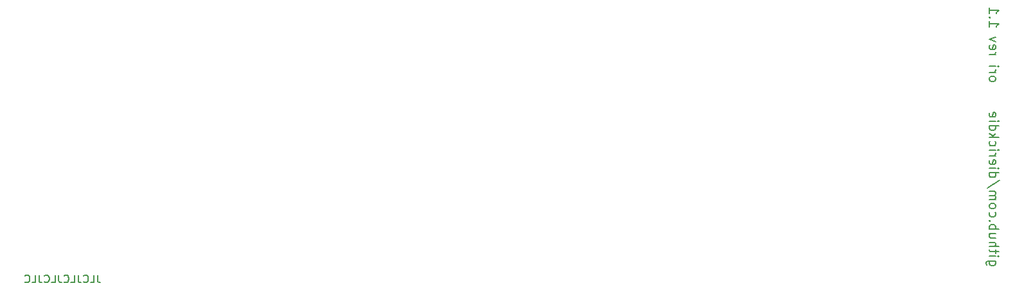
<source format=gbr>
G04 #@! TF.GenerationSoftware,KiCad,Pcbnew,(5.1.10-1-10_14)*
G04 #@! TF.CreationDate,2021-09-26T11:43:42-05:00*
G04 #@! TF.ProjectId,ori_top_plate,6f72695f-746f-4705-9f70-6c6174652e6b,rev?*
G04 #@! TF.SameCoordinates,Original*
G04 #@! TF.FileFunction,Legend,Bot*
G04 #@! TF.FilePolarity,Positive*
%FSLAX46Y46*%
G04 Gerber Fmt 4.6, Leading zero omitted, Abs format (unit mm)*
G04 Created by KiCad (PCBNEW (5.1.10-1-10_14)) date 2021-09-26 11:43:42*
%MOMM*%
%LPD*%
G01*
G04 APERTURE LIST*
%ADD10C,0.150000*%
%ADD11C,0.200000*%
G04 APERTURE END LIST*
D10*
X259414425Y-97083800D02*
X259414425Y-97798086D01*
X259462044Y-97940943D01*
X259557282Y-98036181D01*
X259700139Y-98083800D01*
X259795378Y-98083800D01*
X258462044Y-98083800D02*
X258938235Y-98083800D01*
X258938235Y-97083800D01*
X257557282Y-97988562D02*
X257604901Y-98036181D01*
X257747758Y-98083800D01*
X257842997Y-98083800D01*
X257985854Y-98036181D01*
X258081092Y-97940943D01*
X258128711Y-97845705D01*
X258176330Y-97655229D01*
X258176330Y-97512372D01*
X258128711Y-97321896D01*
X258081092Y-97226658D01*
X257985854Y-97131420D01*
X257842997Y-97083800D01*
X257747758Y-97083800D01*
X257604901Y-97131420D01*
X257557282Y-97179039D01*
X256842997Y-97083800D02*
X256842997Y-97798086D01*
X256890616Y-97940943D01*
X256985854Y-98036181D01*
X257128711Y-98083800D01*
X257223949Y-98083800D01*
X255890616Y-98083800D02*
X256366806Y-98083800D01*
X256366806Y-97083800D01*
X254985854Y-97988562D02*
X255033473Y-98036181D01*
X255176330Y-98083800D01*
X255271568Y-98083800D01*
X255414425Y-98036181D01*
X255509663Y-97940943D01*
X255557282Y-97845705D01*
X255604901Y-97655229D01*
X255604901Y-97512372D01*
X255557282Y-97321896D01*
X255509663Y-97226658D01*
X255414425Y-97131420D01*
X255271568Y-97083800D01*
X255176330Y-97083800D01*
X255033473Y-97131420D01*
X254985854Y-97179039D01*
X254271568Y-97083800D02*
X254271568Y-97798086D01*
X254319187Y-97940943D01*
X254414425Y-98036181D01*
X254557282Y-98083800D01*
X254652520Y-98083800D01*
X253319187Y-98083800D02*
X253795378Y-98083800D01*
X253795378Y-97083800D01*
X252414425Y-97988562D02*
X252462044Y-98036181D01*
X252604901Y-98083800D01*
X252700139Y-98083800D01*
X252842997Y-98036181D01*
X252938235Y-97940943D01*
X252985854Y-97845705D01*
X253033473Y-97655229D01*
X253033473Y-97512372D01*
X252985854Y-97321896D01*
X252938235Y-97226658D01*
X252842997Y-97131420D01*
X252700139Y-97083800D01*
X252604901Y-97083800D01*
X252462044Y-97131420D01*
X252414425Y-97179039D01*
X251700139Y-97083800D02*
X251700139Y-97798086D01*
X251747758Y-97940943D01*
X251842997Y-98036181D01*
X251985854Y-98083800D01*
X252081092Y-98083800D01*
X250747758Y-98083800D02*
X251223949Y-98083800D01*
X251223949Y-97083800D01*
X249842997Y-97988562D02*
X249890616Y-98036181D01*
X250033473Y-98083800D01*
X250128711Y-98083800D01*
X250271568Y-98036181D01*
X250366806Y-97940943D01*
X250414425Y-97845705D01*
X250462044Y-97655229D01*
X250462044Y-97512372D01*
X250414425Y-97321896D01*
X250366806Y-97226658D01*
X250271568Y-97131420D01*
X250128711Y-97083800D01*
X250033473Y-97083800D01*
X249890616Y-97131420D01*
X249842997Y-97179039D01*
D11*
X377697507Y-95219227D02*
X376685602Y-95219227D01*
X376566554Y-95278751D01*
X376507030Y-95338275D01*
X376447507Y-95457322D01*
X376447507Y-95635894D01*
X376507030Y-95754941D01*
X376923697Y-95219227D02*
X376864173Y-95338275D01*
X376864173Y-95576370D01*
X376923697Y-95695418D01*
X376983221Y-95754941D01*
X377102269Y-95814465D01*
X377459411Y-95814465D01*
X377578459Y-95754941D01*
X377637983Y-95695418D01*
X377697507Y-95576370D01*
X377697507Y-95338275D01*
X377637983Y-95219227D01*
X376864173Y-94623989D02*
X377697507Y-94623989D01*
X378114173Y-94623989D02*
X378054650Y-94683513D01*
X377995126Y-94623989D01*
X378054650Y-94564465D01*
X378114173Y-94623989D01*
X377995126Y-94623989D01*
X377697507Y-94207322D02*
X377697507Y-93731132D01*
X378114173Y-94028751D02*
X377042745Y-94028751D01*
X376923697Y-93969227D01*
X376864173Y-93850180D01*
X376864173Y-93731132D01*
X376864173Y-93314465D02*
X378114173Y-93314465D01*
X376864173Y-92778751D02*
X377518935Y-92778751D01*
X377637983Y-92838275D01*
X377697507Y-92957322D01*
X377697507Y-93135894D01*
X377637983Y-93254941D01*
X377578459Y-93314465D01*
X377697507Y-91647799D02*
X376864173Y-91647799D01*
X377697507Y-92183513D02*
X377042745Y-92183513D01*
X376923697Y-92123989D01*
X376864173Y-92004941D01*
X376864173Y-91826370D01*
X376923697Y-91707322D01*
X376983221Y-91647799D01*
X376864173Y-91052560D02*
X378114173Y-91052560D01*
X377637983Y-91052560D02*
X377697507Y-90933513D01*
X377697507Y-90695418D01*
X377637983Y-90576370D01*
X377578459Y-90516846D01*
X377459411Y-90457322D01*
X377102269Y-90457322D01*
X376983221Y-90516846D01*
X376923697Y-90576370D01*
X376864173Y-90695418D01*
X376864173Y-90933513D01*
X376923697Y-91052560D01*
X376983221Y-89921608D02*
X376923697Y-89862084D01*
X376864173Y-89921608D01*
X376923697Y-89981132D01*
X376983221Y-89921608D01*
X376864173Y-89921608D01*
X376923697Y-88790656D02*
X376864173Y-88909703D01*
X376864173Y-89147799D01*
X376923697Y-89266846D01*
X376983221Y-89326370D01*
X377102269Y-89385894D01*
X377459411Y-89385894D01*
X377578459Y-89326370D01*
X377637983Y-89266846D01*
X377697507Y-89147799D01*
X377697507Y-88909703D01*
X377637983Y-88790656D01*
X376864173Y-88076370D02*
X376923697Y-88195418D01*
X376983221Y-88254941D01*
X377102269Y-88314465D01*
X377459411Y-88314465D01*
X377578459Y-88254941D01*
X377637983Y-88195418D01*
X377697507Y-88076370D01*
X377697507Y-87897799D01*
X377637983Y-87778751D01*
X377578459Y-87719227D01*
X377459411Y-87659703D01*
X377102269Y-87659703D01*
X376983221Y-87719227D01*
X376923697Y-87778751D01*
X376864173Y-87897799D01*
X376864173Y-88076370D01*
X376864173Y-87123989D02*
X377697507Y-87123989D01*
X377578459Y-87123989D02*
X377637983Y-87064465D01*
X377697507Y-86945418D01*
X377697507Y-86766846D01*
X377637983Y-86647799D01*
X377518935Y-86588275D01*
X376864173Y-86588275D01*
X377518935Y-86588275D02*
X377637983Y-86528751D01*
X377697507Y-86409703D01*
X377697507Y-86231132D01*
X377637983Y-86112084D01*
X377518935Y-86052560D01*
X376864173Y-86052560D01*
X378173697Y-84564465D02*
X376566554Y-85635894D01*
X376864173Y-83612084D02*
X378114173Y-83612084D01*
X376923697Y-83612084D02*
X376864173Y-83731132D01*
X376864173Y-83969227D01*
X376923697Y-84088275D01*
X376983221Y-84147799D01*
X377102269Y-84207322D01*
X377459411Y-84207322D01*
X377578459Y-84147799D01*
X377637983Y-84088275D01*
X377697507Y-83969227D01*
X377697507Y-83731132D01*
X377637983Y-83612084D01*
X376864173Y-83016846D02*
X377697507Y-83016846D01*
X378114173Y-83016846D02*
X378054650Y-83076370D01*
X377995126Y-83016846D01*
X378054650Y-82957322D01*
X378114173Y-83016846D01*
X377995126Y-83016846D01*
X376923697Y-81945418D02*
X376864173Y-82064465D01*
X376864173Y-82302560D01*
X376923697Y-82421608D01*
X377042745Y-82481132D01*
X377518935Y-82481132D01*
X377637983Y-82421608D01*
X377697507Y-82302560D01*
X377697507Y-82064465D01*
X377637983Y-81945418D01*
X377518935Y-81885894D01*
X377399888Y-81885894D01*
X377280840Y-82481132D01*
X376864173Y-81350180D02*
X377697507Y-81350180D01*
X377459411Y-81350180D02*
X377578459Y-81290656D01*
X377637983Y-81231132D01*
X377697507Y-81112084D01*
X377697507Y-80993037D01*
X376864173Y-80576370D02*
X377697507Y-80576370D01*
X378114173Y-80576370D02*
X378054650Y-80635894D01*
X377995126Y-80576370D01*
X378054650Y-80516846D01*
X378114173Y-80576370D01*
X377995126Y-80576370D01*
X376923697Y-79445418D02*
X376864173Y-79564465D01*
X376864173Y-79802560D01*
X376923697Y-79921608D01*
X376983221Y-79981132D01*
X377102269Y-80040656D01*
X377459411Y-80040656D01*
X377578459Y-79981132D01*
X377637983Y-79921608D01*
X377697507Y-79802560D01*
X377697507Y-79564465D01*
X377637983Y-79445418D01*
X376864173Y-78909703D02*
X378114173Y-78909703D01*
X377340364Y-78790656D02*
X376864173Y-78433513D01*
X377697507Y-78433513D02*
X377221316Y-78909703D01*
X376864173Y-77362084D02*
X378114173Y-77362084D01*
X376923697Y-77362084D02*
X376864173Y-77481132D01*
X376864173Y-77719227D01*
X376923697Y-77838275D01*
X376983221Y-77897799D01*
X377102269Y-77957322D01*
X377459411Y-77957322D01*
X377578459Y-77897799D01*
X377637983Y-77838275D01*
X377697507Y-77719227D01*
X377697507Y-77481132D01*
X377637983Y-77362084D01*
X376864173Y-76766846D02*
X377697507Y-76766846D01*
X378114173Y-76766846D02*
X378054650Y-76826370D01*
X377995126Y-76766846D01*
X378054650Y-76707322D01*
X378114173Y-76766846D01*
X377995126Y-76766846D01*
X376923697Y-75695418D02*
X376864173Y-75814465D01*
X376864173Y-76052560D01*
X376923697Y-76171608D01*
X377042745Y-76231132D01*
X377518935Y-76231132D01*
X377637983Y-76171608D01*
X377697507Y-76052560D01*
X377697507Y-75814465D01*
X377637983Y-75695418D01*
X377518935Y-75635894D01*
X377399888Y-75635894D01*
X377280840Y-76231132D01*
X376864173Y-71288291D02*
X376923697Y-71407338D01*
X376983221Y-71466862D01*
X377102269Y-71526386D01*
X377459411Y-71526386D01*
X377578459Y-71466862D01*
X377637983Y-71407338D01*
X377697507Y-71288291D01*
X377697507Y-71109719D01*
X377637983Y-70990672D01*
X377578459Y-70931148D01*
X377459411Y-70871624D01*
X377102269Y-70871624D01*
X376983221Y-70931148D01*
X376923697Y-70990672D01*
X376864173Y-71109719D01*
X376864173Y-71288291D01*
X376864173Y-70335910D02*
X377697507Y-70335910D01*
X377459411Y-70335910D02*
X377578459Y-70276386D01*
X377637983Y-70216862D01*
X377697507Y-70097815D01*
X377697507Y-69978767D01*
X376864173Y-69562100D02*
X377697507Y-69562100D01*
X378114173Y-69562100D02*
X378054650Y-69621624D01*
X377995126Y-69562100D01*
X378054650Y-69502576D01*
X378114173Y-69562100D01*
X377995126Y-69562100D01*
X376864173Y-68014481D02*
X377697507Y-68014481D01*
X377459411Y-68014481D02*
X377578459Y-67954957D01*
X377637983Y-67895434D01*
X377697507Y-67776386D01*
X377697507Y-67657338D01*
X376923697Y-66764481D02*
X376864173Y-66883529D01*
X376864173Y-67121624D01*
X376923697Y-67240672D01*
X377042745Y-67300196D01*
X377518935Y-67300196D01*
X377637983Y-67240672D01*
X377697507Y-67121624D01*
X377697507Y-66883529D01*
X377637983Y-66764481D01*
X377518935Y-66704957D01*
X377399888Y-66704957D01*
X377280840Y-67300196D01*
X377697507Y-66288291D02*
X376864173Y-65990672D01*
X377697507Y-65693053D01*
X376864173Y-63609719D02*
X376864173Y-64324005D01*
X376864173Y-63966862D02*
X378114173Y-63966862D01*
X377935602Y-64085910D01*
X377816554Y-64204957D01*
X377757030Y-64324005D01*
X376983221Y-63074005D02*
X376923697Y-63014481D01*
X376864173Y-63074005D01*
X376923697Y-63133529D01*
X376983221Y-63074005D01*
X376864173Y-63074005D01*
X376864173Y-61824005D02*
X376864173Y-62538291D01*
X376864173Y-62181148D02*
X378114173Y-62181148D01*
X377935602Y-62300196D01*
X377816554Y-62419243D01*
X377757030Y-62538291D01*
M02*

</source>
